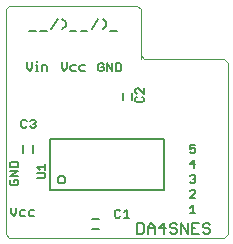
<source format=gto>
G75*
%MOIN*%
%OFA0B0*%
%FSLAX25Y25*%
%IPPOS*%
%LPD*%
%AMOC8*
5,1,8,0,0,1.08239X$1,22.5*
%
%ADD10C,0.00000*%
%ADD11C,0.00500*%
%ADD12C,0.00700*%
%ADD13C,0.00800*%
%ADD14C,0.00600*%
D10*
X0004100Y0003487D02*
X0005350Y0002238D01*
X0076913Y0002238D01*
X0078163Y0003487D01*
X0078163Y0060675D01*
X0076913Y0061925D01*
X0050350Y0061925D01*
X0049100Y0063175D01*
X0049100Y0061925D01*
X0049100Y0063175D02*
X0049100Y0078488D01*
X0047850Y0079738D01*
X0005350Y0079738D01*
X0004100Y0078488D01*
X0004100Y0003487D01*
D11*
X0006813Y0009675D02*
X0007714Y0010576D01*
X0007714Y0012377D01*
X0008859Y0011026D02*
X0008859Y0010125D01*
X0009309Y0009675D01*
X0010661Y0009675D01*
X0011806Y0010125D02*
X0012256Y0009675D01*
X0013607Y0009675D01*
X0013607Y0011477D02*
X0012256Y0011477D01*
X0011806Y0011026D01*
X0011806Y0010125D01*
X0010661Y0011477D02*
X0009309Y0011477D01*
X0008859Y0011026D01*
X0006813Y0009675D02*
X0005912Y0010576D01*
X0005912Y0012377D01*
X0005973Y0019988D02*
X0007775Y0019988D01*
X0008225Y0020438D01*
X0008225Y0021339D01*
X0007775Y0021789D01*
X0006874Y0021789D01*
X0006874Y0020888D01*
X0005973Y0019988D02*
X0005523Y0020438D01*
X0005523Y0021339D01*
X0005973Y0021789D01*
X0005523Y0022934D02*
X0008225Y0024736D01*
X0005523Y0024736D01*
X0005523Y0025881D02*
X0005523Y0027232D01*
X0005973Y0027682D01*
X0007775Y0027682D01*
X0008225Y0027232D01*
X0008225Y0025881D01*
X0005523Y0025881D01*
X0005523Y0022934D02*
X0008225Y0022934D01*
X0014585Y0022175D02*
X0016837Y0022175D01*
X0017288Y0022625D01*
X0017288Y0023526D01*
X0016837Y0023977D01*
X0014585Y0023977D01*
X0015486Y0025122D02*
X0014585Y0026022D01*
X0017288Y0026022D01*
X0017288Y0025122D02*
X0017288Y0026923D01*
X0013648Y0039050D02*
X0012747Y0039050D01*
X0012297Y0039500D01*
X0013197Y0040401D02*
X0013648Y0040401D01*
X0014098Y0039951D01*
X0014098Y0039500D01*
X0013648Y0039050D01*
X0013648Y0040401D02*
X0014098Y0040852D01*
X0014098Y0041302D01*
X0013648Y0041752D01*
X0012747Y0041752D01*
X0012297Y0041302D01*
X0011152Y0041302D02*
X0010701Y0041752D01*
X0009800Y0041752D01*
X0009350Y0041302D01*
X0009350Y0039500D01*
X0009800Y0039050D01*
X0010701Y0039050D01*
X0011152Y0039500D01*
X0012126Y0058112D02*
X0013027Y0059013D01*
X0013027Y0060815D01*
X0014172Y0059914D02*
X0014622Y0059914D01*
X0014622Y0058112D01*
X0014172Y0058112D02*
X0015072Y0058112D01*
X0016136Y0058112D02*
X0016136Y0059914D01*
X0017487Y0059914D01*
X0017937Y0059464D01*
X0017937Y0058112D01*
X0014622Y0060815D02*
X0014622Y0061265D01*
X0012126Y0058112D02*
X0011225Y0059013D01*
X0011225Y0060815D01*
X0022787Y0060815D02*
X0022787Y0059013D01*
X0023688Y0058112D01*
X0024589Y0059013D01*
X0024589Y0060815D01*
X0025734Y0059464D02*
X0025734Y0058563D01*
X0026184Y0058112D01*
X0027536Y0058112D01*
X0028681Y0058563D02*
X0029131Y0058112D01*
X0030482Y0058112D01*
X0030482Y0059914D02*
X0029131Y0059914D01*
X0028681Y0059464D01*
X0028681Y0058563D01*
X0027536Y0059914D02*
X0026184Y0059914D01*
X0025734Y0059464D01*
X0034975Y0060052D02*
X0034975Y0058250D01*
X0035425Y0057800D01*
X0036326Y0057800D01*
X0036777Y0058250D01*
X0036777Y0059151D01*
X0035876Y0059151D01*
X0036777Y0060052D02*
X0036326Y0060502D01*
X0035425Y0060502D01*
X0034975Y0060052D01*
X0037922Y0060502D02*
X0037922Y0057800D01*
X0039723Y0057800D02*
X0037922Y0060502D01*
X0039723Y0060502D02*
X0039723Y0057800D01*
X0040868Y0057800D02*
X0042219Y0057800D01*
X0042670Y0058250D01*
X0042670Y0060052D01*
X0042219Y0060502D01*
X0040868Y0060502D01*
X0040868Y0057800D01*
X0047398Y0051785D02*
X0047398Y0050884D01*
X0047848Y0050434D01*
X0047848Y0049289D02*
X0047398Y0048839D01*
X0047398Y0047938D01*
X0047848Y0047487D01*
X0049650Y0047487D01*
X0050100Y0047938D01*
X0050100Y0048839D01*
X0049650Y0049289D01*
X0050100Y0050434D02*
X0048298Y0052236D01*
X0047848Y0052236D01*
X0047398Y0051785D01*
X0050100Y0052236D02*
X0050100Y0050434D01*
X0065600Y0033315D02*
X0065600Y0031964D01*
X0066501Y0032414D01*
X0066951Y0032414D01*
X0067402Y0031964D01*
X0067402Y0031063D01*
X0066951Y0030612D01*
X0066050Y0030612D01*
X0065600Y0031063D01*
X0065600Y0033315D02*
X0067402Y0033315D01*
X0066951Y0028315D02*
X0065600Y0026964D01*
X0067402Y0026964D01*
X0066951Y0028315D02*
X0066951Y0025612D01*
X0066951Y0023315D02*
X0066050Y0023315D01*
X0065600Y0022864D01*
X0066501Y0021964D02*
X0066951Y0021964D01*
X0067402Y0021513D01*
X0067402Y0021063D01*
X0066951Y0020613D01*
X0066050Y0020613D01*
X0065600Y0021063D01*
X0066951Y0021964D02*
X0067402Y0022414D01*
X0067402Y0022864D01*
X0066951Y0023315D01*
X0066951Y0018315D02*
X0066050Y0018315D01*
X0065600Y0017864D01*
X0066951Y0018315D02*
X0067402Y0017864D01*
X0067402Y0017414D01*
X0065600Y0015612D01*
X0067402Y0015612D01*
X0066501Y0013315D02*
X0066501Y0010613D01*
X0065600Y0010613D02*
X0067402Y0010613D01*
X0065600Y0012414D02*
X0066501Y0013315D01*
X0066203Y0007240D02*
X0066203Y0003737D01*
X0068539Y0003737D01*
X0069886Y0004321D02*
X0070470Y0003737D01*
X0071638Y0003737D01*
X0072222Y0004321D01*
X0072222Y0004905D01*
X0071638Y0005489D01*
X0070470Y0005489D01*
X0069886Y0006073D01*
X0069886Y0006657D01*
X0070470Y0007240D01*
X0071638Y0007240D01*
X0072222Y0006657D01*
X0068539Y0007240D02*
X0066203Y0007240D01*
X0064855Y0007240D02*
X0064855Y0003737D01*
X0062520Y0007240D01*
X0062520Y0003737D01*
X0061172Y0004321D02*
X0060588Y0003737D01*
X0059421Y0003737D01*
X0058837Y0004321D01*
X0059421Y0005489D02*
X0058837Y0006073D01*
X0058837Y0006657D01*
X0059421Y0007240D01*
X0060588Y0007240D01*
X0061172Y0006657D01*
X0060588Y0005489D02*
X0061172Y0004905D01*
X0061172Y0004321D01*
X0060588Y0005489D02*
X0059421Y0005489D01*
X0057489Y0005489D02*
X0055154Y0005489D01*
X0056905Y0007240D01*
X0056905Y0003737D01*
X0053806Y0003737D02*
X0053806Y0006073D01*
X0052638Y0007240D01*
X0051471Y0006073D01*
X0051471Y0003737D01*
X0050123Y0004321D02*
X0050123Y0006657D01*
X0049539Y0007240D01*
X0047787Y0007240D01*
X0047787Y0003737D01*
X0049539Y0003737D01*
X0050123Y0004321D01*
X0051471Y0005489D02*
X0053806Y0005489D01*
X0045348Y0009050D02*
X0043547Y0009050D01*
X0042402Y0009500D02*
X0041951Y0009050D01*
X0041050Y0009050D01*
X0040600Y0009500D01*
X0040600Y0011302D01*
X0041050Y0011752D01*
X0041951Y0011752D01*
X0042402Y0011302D01*
X0043547Y0010852D02*
X0044447Y0011752D01*
X0044447Y0009050D01*
X0066203Y0005489D02*
X0067371Y0005489D01*
D12*
X0041162Y0071412D02*
X0038960Y0071412D01*
X0037605Y0073063D02*
X0037605Y0074164D01*
X0036504Y0075265D01*
X0035023Y0075265D02*
X0032821Y0071963D01*
X0031340Y0071412D02*
X0029138Y0071412D01*
X0027657Y0071412D02*
X0025455Y0071412D01*
X0024100Y0073063D02*
X0024100Y0074164D01*
X0022999Y0075265D01*
X0021518Y0075265D02*
X0019316Y0071963D01*
X0017835Y0071412D02*
X0015633Y0071412D01*
X0014152Y0071412D02*
X0011950Y0071412D01*
X0022999Y0071963D02*
X0024100Y0073063D01*
X0036504Y0071963D02*
X0037605Y0073063D01*
D13*
X0018952Y0035390D02*
X0018952Y0018460D01*
X0056748Y0018460D01*
X0056748Y0035390D01*
X0018952Y0035390D01*
X0021511Y0021807D02*
X0021513Y0021878D01*
X0021519Y0021949D01*
X0021529Y0022020D01*
X0021543Y0022089D01*
X0021560Y0022158D01*
X0021582Y0022226D01*
X0021607Y0022293D01*
X0021636Y0022358D01*
X0021668Y0022421D01*
X0021704Y0022483D01*
X0021743Y0022542D01*
X0021786Y0022599D01*
X0021831Y0022654D01*
X0021880Y0022706D01*
X0021931Y0022755D01*
X0021985Y0022801D01*
X0022042Y0022845D01*
X0022100Y0022885D01*
X0022161Y0022921D01*
X0022224Y0022955D01*
X0022289Y0022984D01*
X0022355Y0023010D01*
X0022423Y0023033D01*
X0022491Y0023051D01*
X0022561Y0023066D01*
X0022631Y0023077D01*
X0022702Y0023084D01*
X0022773Y0023087D01*
X0022844Y0023086D01*
X0022915Y0023081D01*
X0022986Y0023072D01*
X0023056Y0023059D01*
X0023125Y0023043D01*
X0023193Y0023022D01*
X0023260Y0022998D01*
X0023326Y0022970D01*
X0023389Y0022938D01*
X0023451Y0022903D01*
X0023511Y0022865D01*
X0023569Y0022823D01*
X0023624Y0022779D01*
X0023677Y0022731D01*
X0023727Y0022680D01*
X0023774Y0022627D01*
X0023818Y0022571D01*
X0023859Y0022513D01*
X0023897Y0022452D01*
X0023931Y0022390D01*
X0023961Y0022325D01*
X0023988Y0022260D01*
X0024012Y0022192D01*
X0024031Y0022124D01*
X0024047Y0022055D01*
X0024059Y0021984D01*
X0024067Y0021914D01*
X0024071Y0021843D01*
X0024071Y0021771D01*
X0024067Y0021700D01*
X0024059Y0021630D01*
X0024047Y0021559D01*
X0024031Y0021490D01*
X0024012Y0021422D01*
X0023988Y0021354D01*
X0023961Y0021289D01*
X0023931Y0021224D01*
X0023897Y0021162D01*
X0023859Y0021101D01*
X0023818Y0021043D01*
X0023774Y0020987D01*
X0023727Y0020934D01*
X0023677Y0020883D01*
X0023624Y0020835D01*
X0023569Y0020791D01*
X0023511Y0020749D01*
X0023451Y0020711D01*
X0023389Y0020676D01*
X0023326Y0020644D01*
X0023260Y0020616D01*
X0023193Y0020592D01*
X0023125Y0020571D01*
X0023056Y0020555D01*
X0022986Y0020542D01*
X0022915Y0020533D01*
X0022844Y0020528D01*
X0022773Y0020527D01*
X0022702Y0020530D01*
X0022631Y0020537D01*
X0022561Y0020548D01*
X0022491Y0020563D01*
X0022423Y0020581D01*
X0022355Y0020604D01*
X0022289Y0020630D01*
X0022224Y0020659D01*
X0022161Y0020693D01*
X0022100Y0020729D01*
X0022042Y0020769D01*
X0021985Y0020813D01*
X0021931Y0020859D01*
X0021880Y0020908D01*
X0021831Y0020960D01*
X0021786Y0021015D01*
X0021743Y0021072D01*
X0021704Y0021131D01*
X0021668Y0021193D01*
X0021636Y0021256D01*
X0021607Y0021321D01*
X0021582Y0021388D01*
X0021560Y0021456D01*
X0021543Y0021525D01*
X0021529Y0021594D01*
X0021519Y0021665D01*
X0021513Y0021736D01*
X0021511Y0021807D01*
D14*
X0013162Y0030675D02*
X0013162Y0033175D01*
X0010038Y0033175D02*
X0010038Y0030675D01*
X0032850Y0008488D02*
X0035350Y0008488D01*
X0035350Y0005363D02*
X0032850Y0005363D01*
X0043162Y0048175D02*
X0043162Y0050675D01*
X0046287Y0050675D02*
X0046287Y0048175D01*
M02*

</source>
